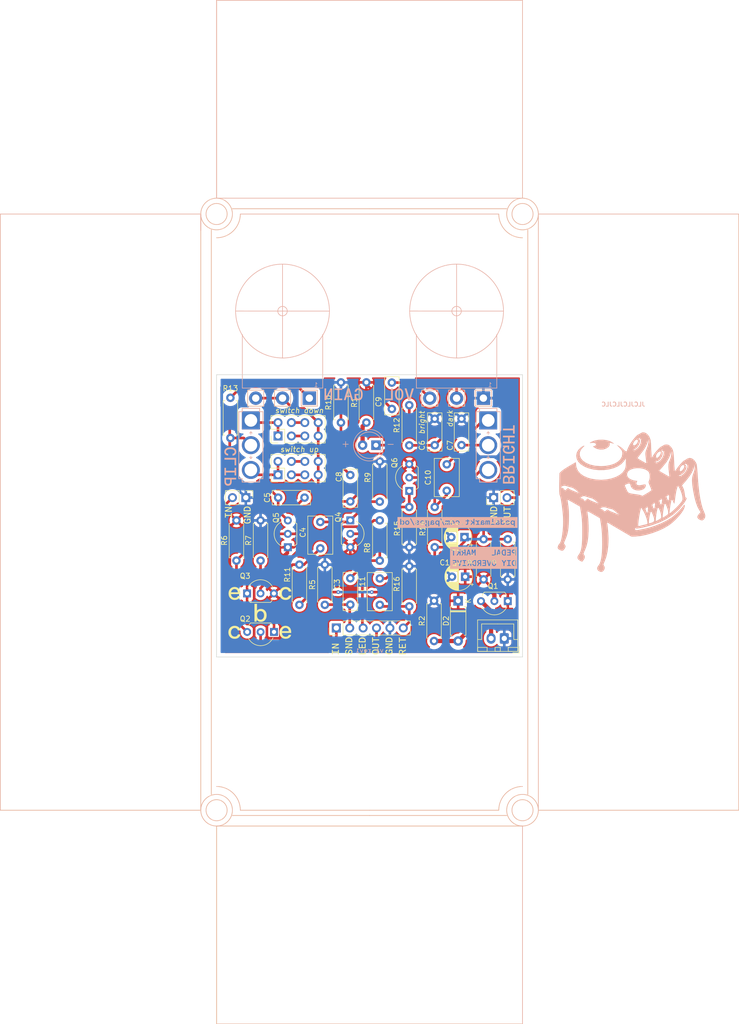
<source format=kicad_pcb>
(kicad_pcb (version 20211014) (generator pcbnew)
  (layers (0 "F.Cu" signal) (31 "B.Cu" signal) (34 "B.Paste" user) (35 "F.Paste" user) (36 "B.SilkS" user "B.Silkscreen") (37 "F.SilkS" user "F.Silkscreen") (38 "B.Mask" user) (39 "F.Mask" user) (44 "Edge.Cuts" user))
  (net 0 "")
  (net 1 "+9V")
  (net 2 "GND")
  (net 3 "/+4.5V")
  (net 4 "FX_IN")
  (net 5 "Net-(C3-Pad2)")
  (net 6 "Net-(C4-Pad1)")
  (net 7 "/FX/DOA+")
  (net 8 "Net-(C5-Pad1)")
  (net 9 "/FX/DOAOut")
  (net 10 "Net-(C6-Pad2)")
  (net 11 "Net-(C7-Pad2)")
  (net 12 "/FX/DOA-")
  (net 13 "Net-(C9-Pad2)")
  (net 14 "Net-(C10-Pad1)")
  (net 15 "Net-(C10-Pad2)")
  (net 16 "Net-(C11-Pad1)")
  (net 17 "FX_OUT")
  (net 18 "LED_GND")
  (net 19 "Net-(D1-Pad2)")
  (net 20 "Net-(D2-Pad2)")
  (net 21 "IN")
  (net 22 "OUT")
  (net 23 "Net-(J3-Pad2)")
  (net 24 "Net-(J5-Pad1)")
  (net 25 "Net-(J5-Pad3)")
  (net 26 "Net-(J5-Pad4)")
  (net 27 "Net-(J6-Pad1)")
  (net 28 "Net-(J6-Pad3)")
  (net 29 "Net-(J6-Pad4)")
  (net 30 "Net-(Q2-Pad1)")
  (net 31 "Net-(R13-Pad1)")
  (footprint "Resistor_THT:R_Axial_DIN0207_L6.3mm_D2.5mm_P7.62mm_Horizontal" (layer "F.Cu") (at 115.697 121.666 -90)
    (fp_text reference "R4" (at 3.81 2.272 90) (layer "F.SilkS"))
    (fp_text value "10k")
    (pad "1" thru_hole circle (at 0 0 270) (size 1.6 1.6) (drill 0.8) (layers *.Cu *.Mask) (net 3 "/+4.5V"))
    (pad "2" thru_hole oval (at 7.62 0 270) (size 1.6 1.6) (drill 0.8) (layers *.Cu *.Mask) (net 2 "GND"))
  )
  (footprint "Resistor_THT:R_Axial_DIN0207_L6.3mm_D2.5mm_P7.62mm_Horizontal" (layer "F.Cu") (at 101.854 115.57 -90)
    (fp_text reference "R14" (at 4.064 2.286 90) (layer "F.SilkS"))
    (fp_text value "10k")
    (pad "1" thru_hole circle (at 0 0 270) (size 1.6 1.6) (drill 0.8) (layers *.Cu *.Mask) (net 15 "Net-(C10-Pad2)"))
    (pad "2" thru_hole oval (at 7.62 0 270) (size 1.6 1.6) (drill 0.8) (layers *.Cu *.Mask) (net 3 "/+4.5V"))
  )
  (footprint "Connector_PinHeader_2.54mm:PinHeader_1x02_P2.54mm_Vertical" (layer "F.Cu") (at 66.045 113.792 -90)
    (fp_text reference "J1" hide)
    (fp_text value "In")
    (pad "1" thru_hole rect (at 0 0 270) (size 1.7 1.7) (drill 1) (layers *.Cu *.Mask) (net 2 "GND"))
    (pad "2" thru_hole oval (at 0 2.54 270) (size 1.7 1.7) (drill 1) (layers *.Cu *.Mask) (net 21 "IN"))
  )
  (footprint "kibuzzard-6618FEAA" (layer "F.Cu") (at 113.03 117.094 90)
    (fp_text reference "kibuzzard-6618FEAA" hide)
    (fp_text value "G***" hide)
  )
  (footprint "kibuzzard-6618FB68" (layer "F.Cu") (at 73.533 139.319)
    (fp_text reference "kibuzzard-6618FB68" hide)
    (fp_text value "G***" hide)
  )
  (footprint "kibuzzard-6618FEA0" (layer "F.Cu") (at 90.64 141.8904 90)
    (fp_text reference "kibuzzard-6618FEA0" hide)
    (fp_text value "G***" hide)
  )
  (footprint "Resistor_THT:R_Axial_DIN0207_L6.3mm_D2.5mm_P7.62mm_Horizontal" (layer "F.Cu") (at 111.125 129.286 90)
    (fp_text reference "R3" (at 3.81 -2.37 90) (layer "F.SilkS"))
    (fp_text value "10k")
    (pad "1" thru_hole circle (at 0 0 90) (size 1.6 1.6) (drill 0.8) (layers *.Cu *.Mask) (net 1 "+9V"))
    (pad "2" thru_hole oval (at 7.62 0 90) (size 1.6 1.6) (drill 0.8) (layers *.Cu *.Mask) (net 3 "/+4.5V"))
  )
  (footprint "Resistor_THT:R_Axial_DIN0207_L6.3mm_D2.5mm_P7.62mm_Horizontal" (layer "F.Cu") (at 76.2 126.492 -90)
    (fp_text reference "R11" (at 1.905 2.286 90) (layer "F.SilkS"))
    (fp_text value "10k")
    (pad "1" thru_hole circle (at 0 0 270) (size 1.6 1.6) (drill 0.8) (layers *.Cu *.Mask) (net 7 "/FX/DOA+"))
    (pad "2" thru_hole oval (at 7.62 0 270) (size 1.6 1.6) (drill 0.8) (layers *.Cu *.Mask) (net 3 "/+4.5V"))
  )
  (footprint "Diode_THT:D_A-405_P7.62mm_Horizontal" (layer "F.Cu") (at 106.299 133.35 -90)
    (fp_text reference "D2" (at 3.81 2.286 90) (layer "F.SilkS"))
    (fp_text value "1N4148")
    (fp_text user "K" (at 0 -1.9 90) (layer "F.SilkS"))
    (pad "1" thru_hole rect (at 0 0 270) (size 1.8 1.8) (drill 0.9) (layers *.Cu *.Mask) (net 1 "+9V"))
    (pad "2" thru_hole oval (at 7.62 0 270) (size 1.8 1.8) (drill 0.9) (layers *.Cu *.Mask) (net 20 "Net-(D2-Pad2)"))
  )
  (footprint "MBP pots:16MM_B.MOUNT_BANZAI" (layer "F.Cu") (at 106 94.938001)
    (fp_text reference "RV2" hide)
    (fp_text value "A100k" hide)
    (fp_text user "1" (at 6.35 -2.54) (layer "B.SilkS") (effects (font (size 0.77216 0.77216) (thickness 0.097536)) (justify mirror)))
    (pad "1" thru_hole rect locked (at 5.08 0 180) (size 2.54 2.54) (drill 1.4) (layers *.Cu *.Mask) (net 2 "GND"))
    (pad "2" thru_hole oval locked (at 0 0 180) (size 2.54 2.54) (drill 1.4) (layers *.Cu *.Mask) (net 14 "Net-(C10-Pad1)"))
    (pad "3" thru_hole oval locked (at -5.08 0 180) (size 2.54 2.54) (drill 1.4) (layers *.Cu *.Mask) (net 13 "Net-(C9-Pad2)"))
  )
  (footprint "Capacitor_THT:C_Rect_L7.0mm_W2.5mm_P5.00mm" (layer "F.Cu") (at 106.934 98.846 -90)
    (fp_text reference "C7" (at 5.04 2.159 90) (layer "F.SilkS"))
    (fp_text value "330n")
    (fp_text user "dark" (at -0.04 2.159 90 unlocked) (layer "F.SilkS") (effects (font (thickness 0.15) italic)))
    (pad "1" thru_hole circle (at 0 0 270) (size 1.6 1.6) (drill 0.8) (layers *.Cu *.Mask) (net 2 "GND"))
    (pad "2" thru_hole circle (at 5 0 270) (size 1.6 1.6) (drill 0.8) (layers *.Cu *.Mask) (net 11 "Net-(C7-Pad2)"))
  )
  (footprint "Resistor_THT:R_Axial_DIN0207_L6.3mm_D2.5mm_P7.62mm_Horizontal" (layer "F.Cu") (at 63.119 94.869 -90)
    (fp_text reference "R13" (at -1.778 0 180) (layer "F.SilkS"))
    (fp_text value "1k")
    (pad "1" thru_hole circle (at 0 0 270) (size 1.6 1.6) (drill 0.8) (layers *.Cu *.Mask) (net 31 "Net-(R13-Pad1)"))
    (pad "2" thru_hole oval (at 7.62 0 270) (size 1.6 1.6) (drill 0.8) (layers *.Cu *.Mask) (net 9 "/FX/DOAOut"))
  )
  (footprint "Capacitor_THT:C_Rect_L7.0mm_W4.5mm_P5.00mm" (layer "F.Cu") (at 104.14 107.482 -90)
    (fp_text reference "C10" (at 2.5 3.556 90) (layer "F.SilkS"))
    (fp_text value "1u")
    (pad "1" thru_hole circle (at 0 0 270) (size 1.6 1.6) (drill 0.8) (layers *.Cu *.Mask) (net 14 "Net-(C10-Pad1)"))
    (pad "2" thru_hole circle (at 5 0 270) (size 1.6 1.6) (drill 0.8) (layers *.Cu *.Mask) (net 15 "Net-(C10-Pad2)"))
  )
  (footprint "Resistor_THT:R_Axial_DIN0207_L6.3mm_D2.5mm_P7.62mm_Horizontal" (layer "F.Cu") (at 84.074 99.568 90)
    (fp_text reference "R10" (at 3.81 -2.37 90) (layer "F.SilkS"))
    (fp_text value "2.2k")
    (pad "1" thru_hole circle (at 0 0 90) (size 1.6 1.6) (drill 0.8) (layers *.Cu *.Mask) (net 9 "/FX/DOAOut"))
    (pad "2" thru_hole oval (at 7.62 0 90) (size 1.6 1.6) (drill 0.8) (layers *.Cu *.Mask) (net 2 "GND"))
  )
  (footprint "kibuzzard-6618FE9C" (layer "F.Cu") (at 88.1 141.8904 90)
    (fp_text reference "kibuzzard-6618FE9C" hide)
    (fp_text value "G***" hide)
  )
  (footprint "Package_TO_SOT_THT:TO-92L_Inline_Wide" (layer "F.Cu") (at 85.852 118.1 -90)
    (fp_text reference "Q4" (at -0.625 2.286 90) (layer "F.SilkS"))
    (fp_text value "2N3904")
    (pad "1" thru_hole rect (at 0 0 270) (size 1.5 1.5) (drill 0.8) (layers *.Cu *.Mask) (net 6 "Net-(C4-Pad1)"))
    (pad "2" thru_hole circle (at 2.54 0 270) (size 1.5 1.5) (drill 0.8) (layers *.Cu *.Mask) (net 5 "Net-(C3-Pad2)"))
    (pad "3" thru_hole circle (at 5.08 0 270) (size 1.5 1.5) (drill 0.8) (layers *.Cu *.Mask) (net 1 "+9V"))
  )
  (footprint "Resistor_THT:R_Axial_DIN0207_L6.3mm_D2.5mm_P7.62mm_Horizontal" (layer "F.Cu") (at 101.727 133.35 -90)
    (fp_text reference "R2" (at 3.81 2.286 90) (layer "F.SilkS"))
    (fp_text value "1M")
    (pad "1" thru_hole circle (at 0 0 270) (size 1.6 1.6) (drill 0.8) (layers *.Cu *.Mask) (net 2 "GND"))
    (pad "2" thru_hole oval (at 7.62 0 270) (size 1.6 1.6) (drill 0.8) (layers *.Cu *.Mask) (net 20 "Net-(D2-Pad2)"))
  )
  (footprint "kibuzzard-6618FE8B" (layer "F.Cu") (at 83.02 142.5 90)
    (fp_text reference "kibuzzard-6618FE8B" hide)
    (fp_text value "G***" hide)
  )
  (footprint "Resistor_THT:R_Axial_DIN0207_L6.3mm_D2.5mm_P7.62mm_Horizontal" (layer "F.Cu") (at 97.028 134.406 90)
    (fp_text reference "R16" (at 4.231 -2.37 90) (layer "F.SilkS"))
    (fp_text value "10k")
    (pad "1" thru_hole circle (at 0 0 90) (size 1.6 1.6) (drill 0.8) (layers *.Cu *.Mask) (net 17 "FX_OUT"))
    (pad "2" thru_hole oval (at 7.62 0 90) (size 1.6 1.6) (drill 0.8) (layers *.Cu *.Mask) (net 2 "GND"))
  )
  (footprint "Package_TO_SOT_THT:TO-92L_Inline_Wide" (layer "F.Cu") (at 71.384 139.25 180)
    (fp_text reference "Q2" (at 5.471 2.471) (layer "F.SilkS"))
    (fp_text value "2N3904")
    (pad "1" thru_hole rect (at 0 0 180) (size 1.5 1.5) (drill 0.8) (layers *.Cu *.Mask) (net 30 "Net-(Q2-Pad1)"))
    (pad "2" thru_hole circle (at 2.54 0 180) (size 1.5 1.5) (drill 0.8) (layers *.Cu *.Mask) (net 7 "/FX/DOA+"))
    (pad "3" thru_hole circle (at 5.08 0 180) (size 1.5 1.5) (drill 0.8) (layers *.Cu *.Mask) (net 8 "Net-(C5-Pad1)"))
  )
  (footprint "Connector_PinHeader_2.54mm:PinHeader_1x02_P2.54mm_Vertical" (layer "F.Cu") (at 113.025 113.792 90)
    (fp_text reference "J2" hide)
    (fp_text value "Out")
    (pad "1" thru_hole rect (at 0 0 90) (size 1.7 1.7) (drill 1) (layers *.Cu *.Mask) (net 2 "GND"))
    (pad "2" thru_hole oval (at 0 2.54 90) (size 1.7 1.7) (drill 1) (layers *.Cu *.Mask) (net 22 "OUT"))
  )
  (footprint "Resistor_THT:R_Axial_DIN0207_L6.3mm_D2.5mm_P7.62mm_Horizontal" (layer "F.Cu") (at 97.028 103.886 90)
    (fp_text reference "R12" (at 3.81 -2.37 90) (layer "F.SilkS"))
    (fp_text value "1k")
    (pad "1" thru_hole circle (at 0 0 90) (size 1.6 1.6) (drill 0.8) (layers *.Cu *.Mask) (net 10 "Net-(C6-Pad2)"))
    (pad "2" thru_hole oval (at 7.62 0 90) (size 1.6 1.6) (drill 0.8) (layers *.Cu *.Mask) (net 12 "/FX/DOA-"))
  )
  (footprint "Resistor_THT:R_Axial_DIN0207_L6.3mm_D2.5mm_P7.62mm_Horizontal" (layer "F.Cu") (at 91.44 114.554 90)
    (fp_text reference "R9" (at 4.572 -2.286 90) (layer "F.SilkS"))
    (fp_text value "10k")
    (pad "1" thru_hole circle (at 0 0 90) (size 1.6 1.6) (drill 0.8) (layers *.Cu *.Mask) (net 6 "Net-(C4-Pad1)"))
    (pad "2" thru_hole oval (at 7.62 0 90) (size 1.6 1.6) (drill 0.8) (layers *.Cu *.Mask) (net 2 "GND"))
  )
  (footprint "Capacitor_THT:CP_Radial_D5.0mm_P2.50mm" (layer "F.Cu") (at 107.504112 121.285 180)
    (fp_text reference "C2" (at 2.983112 3.175) (layer "F.SilkS"))
    (fp_text value "47u")
    (pad "1" thru_hole rect (at 0 0 180) (size 1.6 1.6) (drill 0.8) (layers *.Cu *.Mask) (net 3 "/+4.5V"))
    (pad "2" thru_hole circle (at 2.5 0 180) (size 1.6 1.6) (drill 0.8) (layers *.Cu *.Mask) (net 2 "GND"))
  )
  (footprint "Package_TO_SOT_THT:TO-92L_Inline_Wide" (layer "F.Cu") (at 97.028 112.522 90)
    (fp_text reference "Q6" (at 5.334 -2.794 90) (layer "F.SilkS"))
    (fp_text value "2N3904")
    (pad "1" thru_hole rect (at 0 0 90) (size 1.5 1.5) (drill 0.8) (layers *.Cu *.Mask) (net 16 "Net-(C11-Pad1)"))
    (pad "2" thru_hole circle (at 2.54 0 90) (size 1.5 1.5) (drill 0.8) (layers *.Cu *.Mask) (net 15 "Net-(C10-Pad2)"))
    (pad "3" thru_hole circle (at 5.08 0 90) (size 1.5 1.5) (drill 0.8) (layers *.Cu *.Mask) (net 1 "+9V"))
  )
  (footprint "Capacitor_THT:C_Disc_D7.0mm_W2.5mm_P5.00mm" (layer "F.Cu") (at 77.176 113.792 180)
    (fp_text reference "C5" (at 7.072 0 90) (layer "F.SilkS"))
    (fp_text value "47p")
    (pad "1" thru_hole circle (at 0 0 180) (size 1.6 1.6) (drill 0.8) (layers *.Cu *.Mask) (net 8 "Net-(C5-Pad1)"))
    (pad "2" thru_hole circle (at 5 0 180) (size 1.6 1.6) (drill 0.8) (layers *.Cu *.Mask) (net 9 "/FX/DOAOut"))
  )
  (footprint "Capacitor_THT:C_Rect_L7.0mm_W2.5mm_P5.00mm" (layer "F.Cu") (at 93.726 96.988 90)
    (fp_text reference "C9" (at 1.357 -2.5 90) (layer "F.SilkS"))
    (fp_text value "100n")
    (pad "1" thru_hole circle (at 0 0 90) (size 1.6 1.6) (drill 0.8) (layers *.Cu *.Mask) (net 9 "/FX/DOAOut"))
    (pad "2" thru_hole circle (at 5 0 90) (size 1.6 1.6) (drill 0.8) (layers *.Cu *.Mask) (net 13 "Net-(C9-Pad2)"))
  )
  (footprint "Capacitor_THT:CP_Radial_D5.0mm_P2.50mm" (layer "F.Cu") (at 107.631113 128.778 180)
    (fp_text reference "C1" (at 3.872113 2.667) (layer "F.SilkS"))
    (fp_text value "100u")
    (pad "1" thru_hole rect (at 0 0 180) (size 1.6 1.6) (drill 0.8) (layers *.Cu *.Mask) (net 1 "+9V"))
    (pad "2" thru_hole circle (at 2.5 0 180) (size 1.6 1.6) (drill 0.8) (layers *.Cu *.Mask) (net 2 "GND"))
  )
  (footprint "Resistor_THT:R_Axial_DIN0207_L6.3mm_D2.5mm_P7.62mm_Horizontal" (layer "F.Cu") (at 81.026 134.112 90)
    (fp_text reference "R5" (at 3.81 -2.37 90) (layer "F.SilkS"))
    (fp_text value "1M")
    (pad "1" thru_hole circle (at 0 0 90) (size 1.6 1.6) (drill 0.8) (layers *.Cu *.Mask) (net 4 "FX_IN"))
    (pad "2" thru_hole oval (at 7.62 0 90) (size 1.6 1.6) (drill 0.8) (layers *.Cu *.Mask) (net 2 "GND"))
  )
  (footprint "MBv3 enclosures:125B" (layer "F.Cu") (at 89.5 116.538001)
    (fp_text reference "")
    (fp_text value "")
  )
  (footprint "Resistor_THT:R_Axial_DIN0207_L6.3mm_D2.5mm_P7.62mm_Horizontal" (layer "F.Cu") (at 91.44 125.73 90)
    (fp_text reference "R8" (at 2.413 -2.37 90) (layer "F.SilkS"))
    (fp_text value "1M")
    (pad "1" thru_hole circle (at 0 0 90) (size 1.6 1.6) (drill 0.8) (layers *.Cu *.Mask) (net 5 "Net-(C3-Pad2)"))
    (pad "2" thru_hole oval (at 7.62 0 90) (size 1.6 1.6) (drill 0.8) (layers *.Cu *.Mask) (net 3 "/+4.5V"))
  )
  (footprint "Resistor_THT:R_Axial_DIN0207_L6.3mm_D2.5mm_P7.62mm_Horizontal" (layer "F.Cu") (at 88.9 99.568 90)
    (fp_text reference "R1" (at 3.81 -2.286 90) (layer "F.SilkS"))
    (fp_text value "Rled")
    (pad "1" thru_hole circle (at 0 0 90) (size 1.6 1.6) (drill 0.8) (layers *.Cu *.Mask) (net 19 "Net-(D1-Pad2)"))
    (pad "2" thru_hole oval (at 7.62 0 90) (size 1.6 1.6) (drill 0.8) (layers *.Cu *.Mask) (net 1 "+9V"))
  )
  (footprint "kibuzzard-6618FE93" (layer "F.Cu") (at 85.56 141.8904 90)
    (fp_text reference "kibuzzard-6618FE93" hide)
    (fp_text value "G***" hide)
  )
  (footprint "MBP pots:16MM_B.MOUNT_BANZAI" (layer "F.Cu") (at 73 94.938001)
    (fp_text reference "RV1" hide)
    (fp_text value "A100k" hide)
    (fp_text user "1" (at 6.35 -2.54) (layer "B.SilkS") (effects (font (size 0.77216 0.77216) (thickness 0.097536)) (justify mirror)))
    (pad "1" thru_hole rect locked (at 5.08 0 180) (size 2.54 2.54) (drill 1.4) (layers *.Cu *.Mask) (net 31 "Net-(R13-Pad1)"))
    (pad "2" thru_hole oval locked (at 0 0 180) (size 2.54 2.54) (drill 1.4) (layers *.Cu *.Mask) (net 12 "/FX/DOA-"))
    (pad "3" thru_hole oval locked (at -5.08 0 180) (size 2.54 2.54) (drill 1.4) (layers *.Cu *.Mask) (net 12 "/FX/DOA-"))
  )
  (footprint "Package_TO_SOT_THT:TO-92L_Inline_Wide" (layer "F.Cu") (at 115.707 133.408 180)
    (fp_text reference "Q1" (at 2.794 2.852) (layer "F.SilkS"))
    (fp_text value "Q_PMOS_SGD")
    (pad "1" thru_hole rect (at 0 0 180) (size 1.5 1.5) (drill 0.8) (layers *.Cu *.Mask) (net 1 "+9V"))
    (pad "2" thru_hole circle (at 2.54 0 180) (size 1.5 1.5) (drill 0.8) (layers *.Cu *.Mask) (net 20 "Net-(D2-Pad2)"))
    (pad "3" thru_hole circle (at 5.08 0 180) (size 1.5 1.5) (drill 0.8) (layers *.Cu *.Mask) (net 23 "Net-(J3-Pad2)"))
  )
  (footprint "Connector_PinHeader_2.54mm:PinHeader_2x04_P2.54mm_Vertical" (layer "F.Cu") (at 72.146 102.108 90)
    (fp_text reference "J6" hide)
    (fp_text value "switch down" (at 4.831 4.054 180) (layer "F.SilkS") (effects (font (thickness 0.15) italic)))
    (pad "1" thru_hole rect (at 0 0 90) (size 1.7 1.7) (drill 1) (layers *.Cu *.Mask) (net 27 "Net-(J6-Pad1)"))
    (pad "2" thru_hole oval (at 2.54 0 90) (size 1.7 1.7) (drill 1) (layers *.Cu *.Mask) (net 27 "Net-(J6-Pad1)"))
    (pad "3" thru_hole oval (at 0 2.54 90) (size 1.7 1.7) (drill 1) (layers *.Cu *.Mask) (net 28 "Net-(J6-Pad3)"))
    (pad "4" thru_hole oval (at 2.54 2.54 90) (size 1.7 1.7) (drill 1) (layers *.Cu *.Mask) (net 29 "Net-(J6-Pad4)"))
    (pad "5" thru_hole oval (at 0 5.08 90) (size 1.7 1.7) (drill 1) (layers *.Cu *.Mask) (net 28 "Net-(J6-Pad3)"))
    (pad "6" thru_hole oval (at 2.54 5.08 90) (size 1.7 1.7) (drill 1) (layers *.Cu *.Mask) (net 29 "Net-(J6-Pad4)"))
    (pad "7" thru_hole oval (at 0 7.62 90) (size 1.7 1.7) (drill 1) (layers *.Cu *.Mask) (net 12 "/FX/DOA-"))
    (pad "8" thru_hole oval (at 2.54 7.62 90) (size 1.7 1.7) (drill 1) (layers *.Cu *.Mask) (net 12 "/FX/DOA-"))
  )
  (footprint "Connector_PinHeader_2.54mm:PinHeader_1x06_P2.54mm_Vertical" (layer "F.Cu") (at 83.2 138.5 90)
    (fp_text reference "J4" hide)
    (fp_text value "Conn_01x06_Female")
    (pad "1" thru_hole rect (at 0 0 90) (size 1.7 1.7) (drill 1) (layers *.Cu *.Mask) (net 21 "IN"))
    (pad "2" thru_hole oval (at 0 2.54 90) (size 1.7 1.7) (drill 1) (layers *.Cu *.Mask) (net 4 "FX_IN"))
    (pad "3" thru_hole oval (at 0 5.08 90) (size 1.7 1.7) (drill 1) (layers *.Cu *.Mask) (net 18 "LED_GND"))
    (pad "4" thru_hole oval (at 0 7.62 90) (size 1.7 1.7) (drill 1) (layers *.Cu *.Mask) (net 22 "OUT"))
    (pad "5" thru_hole oval (at 0 10.16 90) (size 1.7 1.7) (drill 1) (layers *.Cu *.Mask) (net 2 "GND"))
    (pad "6" thru_hole oval (at 0 12.7 90) (size 1.7 1.7) (drill 1) (layers *.Cu *.Mask) (net 17 "FX_OUT"))
  )
  (footprint "kibuzzard-6618FB72" (layer "F.Cu") (at 73.533 131.953)
    (fp_text reference "kibuzzard-6618FB72" hide)
    (fp_text value "G***" hide)
  )
  (footprint "Capacitor_THT:C_Rect_L7.0mm_W2.5mm_P5.00mm" (layer "F.Cu") (at 85.852 134.072 90)
    (fp_text reference "C3" (at 3.897 -2.5 90) (layer "F.SilkS"))
    (fp_text value "47n")
    (pad "1" thru_hole circle (at 0 0 90) (size 1.6 1.6) (drill 0.8) (layers *.Cu *.Mask) (net 4 "FX_IN"))
    (pad "2" thru_hole circle (at 5 0 90) (size 1.6 1.6) (drill 0.8) (layers *.Cu *.Mask) (net 5 "Net-(C3-Pad2)"))
  )
  (footprint "Connector_PinHeader_2.54mm:PinHeader_2x04_P2.54mm_Vertical" (layer "F.Cu") (at 72.146 109.469 90)
    (fp_text reference "J5" hide)
    (fp_text value "switch up" (at 4.826 4.064 180) (layer "F.SilkS") (effects (font (thickness 0.15) italic)))
    (pad "1" thru_hole rect (at 0 0 90) (size 1.7 1.7) (drill 1) (layers *.Cu *.Mask) (net 24 "Net-(J5-Pad1)"))
    (pad "2" thru_hole oval (at 2.54 0 90) (size 1.7 1.7) (drill 1) (layers *.Cu *.Mask) (net 24 "Net-(J5-Pad1)"))
    (pad "3" thru_hole oval (at 0 2.54 90) (size 1.7 1.7) (drill 1) (layers *.Cu *.Mask) (net 25 "Net-(J5-Pad3)"))
    (pad "4" thru_hole oval (at 2.54 2.54 90) (size 1.7 1.7) (drill 1) (layers *.Cu *.Mask) (net 26 "Net-(J5-Pad4)"))
    (pad "5" thru_hole oval (at 0 5.08 90) (size 1.7 1.7) (drill 1) (layers *.Cu *.Mask) (net 25 "Net-(J5-Pad3)"))
    (pad "6" thru_hole oval (at 2.54 5.08 90) (size 1.7 1.7) (drill 1) (layers *.Cu *.Mask) (net 26 "Net-(J5-Pad4)"))
    (pad "7" thru_hole oval (at 0 7.62 90) (size 1.7 1.7) (drill 1) (layers *.Cu *.Mask) (net 12 "/FX/DOA-"))
    (pad "8" thru_hole oval (at 2.54 7.62 90) (size 1.7 1.7) (drill 1) (layers *.Cu *.Mask) (net 12 "/FX/DOA-"))
  )
  (footprint "kibuzzard-6618FB6D" (layer "F.Cu") (at 68.834 135.636)
    (fp_text reference "kibuzzard-6618FB6D" hide)
    (fp_text value "G***" hide)
  )
  (footprint "Capacitor_THT:C_Rect_L7.0mm_W2.5mm_P5.00mm" (layer "F.Cu") (at 101.854 98.846 -90)
    (fp_text reference "C6" (at 5.04 2.413 90) (layer "F.SilkS"))
    (fp_text value "47n")
    (fp_text user "bright" (at 0.722 2.413 90 unlocked) (layer "F.SilkS") (effects (font (thickness 0.15) italic)))
    (pad "1" thru_hole circle (at 0 0 270) (size 1.6 1.6) (drill 0.8) (layers *.Cu *.Mask) (net 2 "GND"))
    (pad "2" thru_hole circle (at 5 0 270) (size 1.6 1.6) (drill 0.8) (layers *.Cu *.Mask) (net 10 "Net-(C6-Pad2)"))
  )
  (footprint "Package_TO_SOT_THT:TO-92L_Inline_Wide" (layer "F.Cu") (at 66.284 131.953)
    (fp_text reference "Q3" (at -0.371 -3.302) (layer "F.SilkS"))
    (fp_text value "2N3904")
    (pad "1" thru_hole rect (at 0 0) (size 1.5 1.5) (drill 0.8) (layers *.Cu *.Mask) (net 30 "Net-(Q2-Pad1)"))
    (pad "2" thru_hole circle (at 2.54 0) (size 1.5 1.5) (drill 0.8) (layers *.Cu *.Mask) (net 12 "/FX/DOA-"))
    (pad "3" thru_hole circle (at 5.08 0) (size 1.5 1.5) (drill 0.8) (layers *.Cu *.Mask) (net 1 "+9V"))
  )
  (footprint "Capacitor_THT:C_Rect_L7.0mm_W4.5mm_P5.00mm" (layer "F.Cu") (at 80.1624 118.404 -90)
    (fp_text reference "C4" (at 1.992 3.302 90) (layer "F.SilkS"))
    (fp_text value "1u")
    (pad "1" thru_hole circle (at 0 0 270) (size 1.6 1.6) (drill 0.8) (layers *.Cu *.Mask) (net 6 "Net-(C4-Pad1)"))
    (pad "2" thru_hole circle (at 5 0 270) (size 1.6 1.6) (drill 0.8) (layers *.Cu *.Mask) (net 7 "/FX/DOA+"))
  )
  (footprint "kibuzzard-6618FEAA" (layer "F.Cu") (at 66.294 117.094 90)
    (fp_text reference "kibuzzard-6618FEAA" hide)
    (fp_text value "G***" hide)
  )
  (footprint "Capacitor_THT:C_Rect_L7.0mm_W4.5mm_P5.00mm" (layer "F.Cu") (at 91.44 129.112 -90)
    (fp_text reference "C11" (at 1.063 3.302 90) (layer "F.SilkS"))
    (fp_text value "1u")
    (pad "1" thru_hole circle (at 0 0 270) (size 1.6 1.6) (drill 0.8) (layers *.Cu *.Mask) (net 16 "Net-(C11-Pad1)"))
    (pad "2" thru_hole circle (at 5 0 270) (size 1.6 1.6) (drill 0.8) (layers *.Cu *.Mask) (net 17 "FX_OUT"))
  )
  (footprint "Package_TO_SOT_THT:TO-92L_Inline_Wide" (layer "F.Cu") (at 74.0084 123.2 90)
    (fp_text reference "Q5" (at 5.598 -2.228 90) (layer "F.SilkS"))
    (fp_text value "2N3906")
    (pad "1" thru_hole rect (at 0 0 90) (size 1.5 1.5) (drill 0.8) (layers *.Cu *.Mask) (net 1 "+9V"))
    (pad "2" thru_hole circle (at 2.54 0 90) (size 1.5 1.5) (drill 0.8) (layers *.Cu *.Mask) (net 8 "Net-(C5-Pad1)"))
    (pad "3" thru_hole circle (at 5.08 0 90) (size 1.5 1.5) (drill 0.8) (layers *.Cu *.Mask) (net 9 "/FX/DOAOut"))
  )
  (footprint "Connector_JST:JST_XH_B2B-XH-A_1x02_P2.50mm_Vertical" (layer "F.Cu") (at 115.042 140.479 180)
    (fp_text reference "J3" hide)
    (fp_text value "+9v")
    (pad "1" thru_hole roundrect (at 0 0 180) (size 1.7 2) (drill 1) (layers *.Cu *.Mask) (roundrect_rratio 0.147059) (net 2 "GND"))
    (pad "2" thru_hole oval (at 2.5 0 180) (size 1.7 2) (drill 1) (layers *.Cu *.Mask) (net 23 "Net-(J3-Pad2)"))
  )
  (footprint "kibuzzard-6618FEAA" (layer "F.Cu") (at 93.18 141.8904 90)
    (fp_text reference "kibuzzard-6618FEAA" hide)
    (fp_text value "G***" hide)
  )
  (footprint "kibuzzard-6618FEA0" (layer "F.Cu") (at 115.57 117.094 90)
    (fp_text reference "kibuzzard-6618FEA0" hide)
    (fp_text value "G***" hide)
  )
  (footprint "kibuzzard-6618FB68" (layer "F.Cu") (at 63.881 131.953)
    (fp_text reference "kibuzzard-6618FB68" hide)
    (fp_text value "G***" hide)
  )
  (footprint "Resistor_THT:R_Axial_DIN0207_L6.3mm_D2.5mm_P7.62mm_Horizontal" (layer "F.Cu") (at 68.834 125.73 90)
    (fp_text reference "R7" (at 3.81 -2.286 270) (layer "F.SilkS"))
    (fp_text value "4.7k")
    (pad "1" thru_hole circle (at 0 0 90) (size 1.6 1.6) (drill 0.8) (layers *.Cu *.Mask) (net 30 "Net-(Q2-Pad1)"))
    (pad "2" thru_hole oval (at 7.62 0 90) (size 1.6 1.6) (drill 0.8) (layers *.Cu *.Mask) (net 2 "GND"))
  )
  (footprint "kibuzzard-6618FE8B" (layer "F.Cu") (at 62.738 116.586 90)
    (fp_text reference "kibuzzard-6618FE8B" hide)
    (fp_text value "G***" hide)
  )
  (footprint "Capacitor_THT:C_Disc_D7.0mm_W2.5mm_P5.00mm" (layer "F.Cu") (at 85.852 114.514 90)
    (fp_text reference "C8" (at 4.659 -2.159 270) (layer "F.SilkS"))
    (fp_text value "47p")
    (pad "1" thru_hole circle (at 0 0 90) (size 1.6 1.6) (drill 0.8) (layers *.Cu *.Mask) (net 12 "/FX/DOA-"))
    (pad "2" thru_hole circle (at 5 0 90) (size 1.6 1.6) (drill 0.8) (layers *.Cu *.Mask) (net 9 "/FX/DOAOut"))
  )
  (footprint "Resistor_THT:R_Axial_DIN0207_L6.3mm_D2.5mm_P7.62mm_Horizontal" (layer "F.Cu") (at 64.262 118.11 -90)
    (fp_text reference "R6" (at 3.81 2.286 -90) (layer "F.SilkS"))
    (fp_text value "2.2k")
    (pad "1" thru_hole circle (at 0 0 270) (size 1.6 1.6) (drill 0.8) (layers *.Cu *.Mask) (net 1 "+9V"))
    (pad "2" thru_hole oval (at 7.62 0 270) (size 1.6 1.6) (drill 0.8) (layers *.Cu *.Mask) (net 8 "Net-(C5-Pad1)"))
  )
  (footprint "Resistor_THT:R_Axial_DIN0207_L6.3mm_D2.5mm_P7.62mm_Horizontal" (layer "F.Cu") (at 97.028 115.57 -90)
    (fp_text reference "R15" (at 4.064 2.286 90) (layer "F.SilkS"))
    (fp_text value "10k")
    (pad "1" thru_hole circle (at 0 0 270) (size 1.6 1.6) (drill 0.8) (layers *.Cu *.Mask) (net 16 "Net-(C11-Pad1)"))
    (pad "2" thru_hole oval (at 7.62 0 270) (size 1.6 1.6) (drill 0.8) (layers *.Cu *.Mask) (net 2 "GND"))
  )
  (footprint "kibuzzard-6618FB72" (layer "F.Cu") (at 63.881 139.319)
    (fp_text reference "kibuzzard-6618FB72" hide)
    (fp_text value "G***" hide)
  )
  (footprint "kibuzzard-6618FEB1" (layer "F.Cu") (at 95.72 141.8904 90)
    (fp_text reference "kibuzzard-6618FEB1" hide)
    (fp_text value "G***" hide)
  )
  (footprint "kibuzzard-669A4BB1" (layer "B.Cu") (at 115.9 105.6 90)
    (fp_text reference "kibuzzard-669A4BB1" hide)
    (fp_text value "G***" hide)
  )
  (footprint "kibuzzard-669A481A" (layer "B.Cu") (at 111.125 125.2 180)
    (fp_text reference "kibuzzard-669A481A" hide)
    (fp_text value "G***" hide)
  )
  (footprint "MBP switches:SPDT.LUGS.PM" (layer "B.Cu") (at 112 103.85 180)
    (fp_text reference "SW1" hide)
    (fp_text value "SW_SPDT" hide)
    (pad "1" thru_hole rect locked (at 0 4.699 180) (size 3.416 3.416) (drill 2.4) (layers *.Cu *.Mask) (net 10 "Net-(C6-Pad2)"))
    (pad "2" thru_hole oval locked (at 0 0 180) (size 3.416 3.416) (drill 2.4) (layers *.Cu *.Mask) (net 11 "Net-(C7-Pad2)"))
    (pad "3" thru_hole oval locked (at 0 -4.699 180) (size 3.416 3.416) (drill 2.4) (layers *.Cu *.Mask) (net 3 "/+4.5V"))
  )
  (footprint "MBP switches:SPDT.LUGS.PM" (layer "B.Cu") (at 67 103.85 180)
    (fp_text reference "SW2" hide)
    (fp_text value "ON-OFF-ON" hide)
    (pad "1" thru_hole rect locked (at 0 4.699 180) (size 3.416 3.416) (drill 2.4) (layers *.Cu *.Mask) (net 27 "Net-(J6-Pad1)"))
    (pad "2" thru_hole oval locked (at 0 0 180) (size 3.416 3.416) (drill 2.4) (layers *.Cu *.Mask) (net 9 "/FX/DOAOut"))
    (pad "3" thru_hole oval locked (at 0 -4.699 180) (size 3.416 3.416) (drill 2.4) (layers *.Cu *.Mask) (net 24 "Net-(J5-Pad1)"))
  )
  (footprint "kibuzzard-669A4B96" (layer "B.Cu") (at 63.1 107.9 -90)
    (fp_text reference "kibuzzard-669A4B96" hide)
    (fp_text value "G***" hide)
  )
  (footprint "kibuzzard-669A4792" (layer "B.Cu") (at 84.582 94.2 180)
    (fp_text reference "kibuzzard-669A4792" hide)
    (fp_text value "G***" hide)
  )
  (footprint "kibuzzard-669A47EC" (layer "B.Cu") (at 106.172 118.5 180)
    (fp_text reference "kibuzzard-669A47EC" hide)
    (fp_text value "G***" hide)
  )
  (footprint "LED_THT:LED_D5.0mm" (layer "B.Cu") (at 90.72 103.85 180)
    (fp_text reference "D1" hide)
    (fp_text value "LED")
    (pad "1" thru_hole rect (at 0 0 180) (size 1.8 1.8) (drill 0.9) (layers *.Cu *.Mask) (net 18 "LED_GND"))
    (pad "2" thru_hole circle (at 2.54 0 180) (size 1.8 1.8) (drill 0.9) (layers *.Cu *.Mask) (net 19 "Net-(D1-Pad2)"))
  )
  (footprint "kibuzzard-669A474F" (layer "B.Cu") (at 89.535 142.748 180)
    (fp_text reference "kibuzzard-669A474F" hide)
    (fp_text value "G***" hide)
  )
  (footprint "kibuzzard-669A47AF" (layer "B.Cu") (at 95.2 94.2 180)
    (fp_text reference "kibuzzard-669A47AF" hide)
    (fp_text value "G***" hide)
  )
  (footprint "graphics:pedalmarkt-logo-30x30" (layer "B.Cu") (at 139.2 114.7 180)
    (fp_text reference "G***" hide)
    (fp_text value "LOGO" hide)
  )
  (gr_line (start 84.96 103.67) (end 85.468 103.67) (layer "B.SilkS") (width 0.12))
  (gr_line (start 84.96 103.67) (end 84.96 103.162) (layer "B.SilkS") (width 0.12))
  (gr_line (start 84.96 103.67) (end 84.452 103.67) (layer "B.SilkS") (width 0.12))
  (gr_line (start 93.5 103.7) (end 94.008 103.7) (layer "B.SilkS") (width 0.12))
  (gr_line (start 84.96 103.67) (end 84.96 104.178) (layer "B.SilkS") (width 0.12))
  (gr_line (start 93.5 103.7) (end 92.992 103.7) (layer "B.SilkS") (width 0.12))
  (gr_line (start 118.5 144) (end 60.5 144) (layer "Edge.Cuts") (width 0.1))
  (gr_line (start 60.5 144) (end 60.5 90.5) (layer "Edge.Cuts") (width 0.1))
  (gr_line (start 60.5 90.5) (end 118.5 90.5) (layer "Edge.Cuts") (width 0.1))
  (gr_line (start 118.5 90.5) (end 118.5 144) (layer "Edge.Cuts") (width 0.1))
  (gr_text "JLCJLCJLCJLC" (at 137.6 96.1) (layer "B.SilkS") (effects (font (size 0.8 0.8)) (justify mirror)))
  (segment (start 67.375 142.178) (end 77.532 142.178) (width 0.5) (layer "F.Cu") (net 1))
  (segment (start 69.713 133.604) (end 71.364 131.953) (width 0.5) (layer "F.Cu") (net 1))
  (segment (start 71.364 131.953) (end 72.584 133.173) (width 0.5) (layer "F.Cu") (net 1))
  (segment (start 94.869 102.616) (end 98.679 98.806) (width 0.5) (layer "F.Cu") (net 1))
  (segment (start 84.963 130.683) (end 83.82 129.54) (width 0.5) (layer "F.Cu") (net 1))
  (segment (start 94.869 105.283) (end 94.869 102.616) (width 0.5) (layer "F.Cu") (net 1))
  (segment (start 67.624 133.283) (end 67.945 133.604) (width 0.5) (layer "F.Cu") (net 1))
  (segment (start 72.337 140.45) (end 70.358943 140.45) (width 0.5) (layer "F.Cu") (net 1))
  (segment (start 98.679 98.806) (end 98.679 95.123) (width 0.5) (layer "F.Cu") (net 1))
  (segment (start 97.028 107.442) (end 94.869 105.283) (width 0.5) (layer "F.Cu") (net 1))
  (segment (start 63.311 142.178) (end 67.375 142.178) (width 0.5) (layer "F.Cu") (net 1))
  (segment (start 79.883 132.715) (end 84.963 132.715) (width 0.5) (layer "F.Cu") (net 1))
  (segment (start 83.82 128.143) (end 85.852 126.111) (width 0.5) (layer "F.Cu") (net 1))
  (segment (start 70.044 140.135057) (end 70.044 138.243) (width 0.5) (layer "F.Cu") (net 1))
  (segment (start 74.0084 123.9846) (end 67.624 130.369) (width 0.5) (layer "F.Cu") (net 1))
  (segment (start 90.424 93.853) (end 88.9 92.329) (width 0.5) (layer "F.Cu") (net 1))
  (segment (start 67.622057 141.930943) (end 67.375 142.178) (width 0.5) (layer "F.Cu") (net 1))
  (segment (start 88.9 92.329) (end 88.9 91.948) (width 0.5) (layer "F.Cu") (net 1))
  (segment (start 69.469 137.668) (end 67.945 137.668) (width 0.5) (layer "F.Cu") (net 1))
  (segment (start 72.584 133.173) (end 72.584 140.203) (width 0.5) (layer "F.Cu") (net 1))
  (segment (start 70.044 138.243) (end 69.469 137.668) (width 0.5) (layer "F.Cu") (net 1))
  (segment (start 72.584 140.203) (end 72.337 140.45) (width 0.5) (layer "F.Cu") (net 1))
  (segment (start 67.622057 137.990943) (end 67.622057 141.930943) (width 0.5) (layer "F.Cu") (net 1))
  (segment (start 77.532 142.178) (end 78.74 140.97) (width 0.5) (layer "F.Cu") (net 1))
  (segment (start 85.852 126.111) (end 85.852 123.18) (width 0.5) (layer "F.Cu") (net 1))
  (segment (start 78.74 140.97) (end 78.74 133.858) (width 0.5) (layer "F.Cu") (net 1))
  (segment (start 74.0084 123.2) (end 74.0084 123.9846) (width 0.5) (layer "F.Cu") (net 1))
  (segment (start 78.74 133.858) (end 79.883 132.715) (width 0.5) (layer "F.Cu") (net 1))
  (segment (start 67.945 137.668) (end 67.622057 137.990943) (width 0.5) (layer "F.Cu") (net 1))
  (segment (start 98.679 95.123) (end 97.409 93.853) (width 0.5) (layer "F.Cu") (net 1))
  (segment (start 63.012 141.879) (end 63.311 142.178) (width 0.5) (layer "F.Cu") (net 1))
  (segment (start 97.409 93.853) (end 90.424 93.853) (width 0.5) (layer "F.Cu") (net 1))
  (segment (start 83.82 129.54) (end 83.82 128.143) (width 0.5) (layer "F.Cu") (net 1))
  (segment (start 64.262 118.11) (end 63.012 119.36) (width 0.5) (layer "F.Cu") (net 1))
  (segment (start 67.624 130.369) (end 67.624 133.283) (width 0.5) (layer "F.Cu") (net 1))
  (segment (start 63.012 119.36) (end 63.012 141.879) (width 0.5) (layer "F.Cu") (net 1))
  (segment (start 84.963 132.715) (end 84.963 130.683) (width 0.5) (layer "F.Cu") (net 1))
  (segment (start 70.358943 140.45) (end 70.044 140.135057) (width 0.5) (layer "F.Cu") (net 1))
  (segment (start 67.945 133.604) (end 69.713 133.604) (width 0.5) (layer "F.Cu") (net 1))
  (segment (start 64.262 101.346) (end 64.262 99.187) (width 0.5) (layer "B.Cu") (net 2))
  (segment (start 64.516 112.263) (end 64.516 101.6) (width 0.5) (layer "B.Cu") (net 2))
  (segment (start 100.33 105.664) (end 105.156 105.664) (width 0.5) (layer "B.Cu") (net 2))
  (segment (start 99.695 105.029) (end 100.33 105.664) (width 0.5) (layer "B.Cu") (net 2))
  (segment (start 105.537 106.045) (end 114.554 106.045) (width 0.5) (layer "B.Cu") (net 2))
  (segment (start 116.332 95.377) (end 115.893001 94.938001) (width 0.5) (layer "B.Cu") (net 2))
  (segment (start 62.357 91.948) (end 84.074 91.948) (width 0.5) (layer "B.Cu") (net 2))
  (segment (start 61.468 92.837) (end 62.357 91.948) (width 0.5) (layer "B.Cu") (net 2))
  (segment (start 99.695 101.005) (end 99.695 105.029) (width 0.5) (layer "B.Cu") (net 2))
  (segment (start 116.332 104.267) (end 116.332 95.377) (width 0.5) (layer "B.Cu") (net 2))
  (segment (start 114.554 106.045) (end 116.332 104.267) (width 0.5) (layer "B.Cu") (net 2))
  (segment (start 64.516 101.6) (end 64.262 101.346) (width 0.5) (layer "B.Cu") (net 2))
  (segment (start 105.156 105.664) (end 105.537 106.045) (width 0.5) (layer "B.Cu") (net 2))
  (segment (start 61.468 96.393) (end 61.468 92.837) (width 0.5) (layer "B.Cu") (net 2))
  (segment (start 64.262 99.187) (end 61.468 96.393) (width 0.5) (layer "B.Cu") (net 2))
  (segment (start 101.854 98.846) (end 99.695 101.005) (width 0.5) (layer "B.Cu") (net 2))
  (segment (start 66.045 113.792) (end 64.516 112.263) (width 0.5) (layer "B.Cu") (net 2))
  (segment (start 115.893001 94.938001) (end 111.08 94.938001) (width 0.5) (layer "B.Cu") (net 2))
  (segment (start 106.426 123.19) (end 101.854 123.19) (width 0.5) (layer "F.Cu") (net 3))
  (segment (start 83.82 126.492) (end 83.82 120.142) (width 0.5) (layer "F.Cu") (net 3))
  (segment (start 109.474 109.728) (end 110.653 108.549) (width 0.5) (layer "F.Cu") (net 3))
  (segment (start 76.2 134.112) (end 83.82 126.492) (width 0.5) (layer "F.Cu") (net 3))
  (segment (start 84.662 119.3) (end 89.107 119.3) (width 0.5) (layer "F.Cu") (net 3))
  (segment (start 111.125 121.666) (end 111.125 117.221) (width 0.5) (layer "F.Cu") (net 3))
  (segment (start 83.82 120.142) (end 84.662 119.3) (width 0.5) (layer "F.Cu") (net 3))
  (segment (start 90.297 118.11) (end 91.44 118.11) (width 0.5) (layer "F.Cu") (net 3))
  (segment (start 115.697 121.666) (end 111.125 121.666) (width 0.5) (layer "F.Cu") (net 3))
  (segment (start 107.504112 122.111888) (end 106.426 123.19) (width 0.5) (layer "F.Cu") (net 3))
  (segment (start 83.566 131.699) (end 78.613 131.699) (width 0.5) (layer "F.Cu") (net 3))
  (segment (start 107.504112 121.285) (end 107.504112 122.111888) (width 0.5) (layer "F.Cu") (net 3))
  (segment (start 78.613 131.699) (end 76.2 134.112) (width 0.5) (layer "F.Cu") (net 3))
  (segment (start 110.653 108.549) (end 112 108.549) (width 0.5) (layer "F.Cu") (net 3))
  (segment (start 89.107 119.3) (end 90.297 118.11) (width 0.5) (layer "F.Cu") (net 3))
  (segment (start 109.474 115.57) (end 109.474 109.728) (width 0.5) (layer "F.Cu") (net 3))
  (segment (start 97.536 131.699) (end 101.854 127.381) (width 0.5) (layer "F.Cu") (net 3))
  (segment (start 101.854 127.381) (end 101.854 123.19) (width 0.5) (layer "F.Cu") (net 3))
  (segment (start 111.125 117.221) (end 109.474 115.57) (width 0.5) (layer "F.Cu") (net 3))
  (segment (start 89.916 131.699) (end 97.536 131.699) (width 0.5) (layer "F.Cu") (net 3))
  (via (at 83.566 131.699) (size 0.7) (drill 0.3) (layers "F.Cu" "B.Cu") (net 3))
  (via (at 89.916 131.699) (size 0.7) (drill 0.3) (layers "F.Cu" "B.Cu") (net 3))
  (segment (start 111.125 121.666) (end 107.885112 121.666) (width 0.5) (layer "B.Cu") (net 3))
  (segment (start 83.566 131.699) (end 89.916 131.699) (width 0.5) (layer "B.Cu") (net 3))
  (segment (start 107.885112 121.666) (end 107.504112 121.285) (width 0.5) (layer "B.Cu") (net 3))
  (segment (start 85.74 138.5) (end 85.74 134.184) (width 0.5) (layer "F.Cu") (net 4))
  (segment (start 85.852 134.072) (end 81.066 134.072) (width 0.5) (layer "F.Cu") (net 4))
  (segment (start 81.066 134.072) (end 81.026 134.112) (width 0.5) (layer "F.Cu") (net 4))
  (segment (start 85.74 134.184) (end 85.852 134.072) (width 0.5) (layer "F.Cu") (net 4))
  (segment (start 91.44 125.73) (end 91.44 122.682) (width 0.5) (layer "F.Cu") (net 5))
  (segment (start 89.154 125.73) (end 91.44 125.73) (width 0.5) (layer "F.Cu") (net 5))
  (segment (start 89.398 120.64) (end 85.852 120.64) (width 0.5) (layer "F.Cu") (net 5))
  (segment (start 85.852 129.072) (end 85.852 129.032) (width 0.5) (layer "F.Cu") (net 5))
  (segment (start 91.44 122.682) (end 89.398 120.64) (width 0.5) (layer "F.Cu") (net 5))
  (segment (start 85.852 129.032) (end 89.154 125.73) (width 0.5) (layer "F.Cu") (net 5))
  (segment (start 85.548 118.404) (end 85.852 118.1) (width 0.5) (layer "F.Cu") (net 6))
  (segment (start 89.398 114.554) (end 85.852 118.1) (width 0.5) (layer "F.Cu") (net 6))
  (segment (start 91.44 114.554) (end 89.398 114.554) (width 0.5) (layer "F.Cu") (net 6))
  (segment (start 80.1624 118.404) (end 85.548 118.404) (width 0.5) (layer "F.Cu") (net 6))
  (segment (start 73.025 141.478) (end 73.66 140.843) (width 0.5) (layer "F.Cu") (net 7))
  (segment (start 73.66 127.762) (end 74.93 126.492) (width 0.5) (layer "F.Cu") (net 7))
  (segment (start 74.93 126.492) (end 76.2 126.492) (width 0.5) (layer "F.Cu") (net 7))
  (segment (start 80.1624 123.404) (end 77.0744 126.492) (width 0.5) (layer "F.Cu") (net 7))
  (segment (start 77.0744 126.492) (end 76.2 126.492) (width 0.5) (layer "F.Cu") (net 7))
  (segment (start 68.844 139.25) (end 68.844 140.98) (width 0.5) (layer "F.Cu") (net 7))
  (segment (start 68.844 140.98) (end 69.342 141.478) (width 0.5) (layer "F.Cu") (net 7))
  (segment (start 73.66 140.843) (end 73.66 127.762) (width 0.5) (layer "F.Cu") (net 7))
  (segment (start 69.342 141.478) (end 73.025 141.478) (width 0.5) (layer "F.Cu") (net 7))
  (segment (start 69.332 120.66) (end 74.0084 120.66) (width 0.5) (layer "F.Cu") (net 8))
  (segment (start 75.428 120.66) (end 75.819 120.269) (width 0.5) (layer "F.Cu") (net 8))
  (segment (start 75.819 115.149) (end 77.176 113.792) (width 0.5) (layer "F.Cu") (net 8))
  (segment (start 74.0084 120.66) (end 75.428 120.66) (width 0.5) (layer "F.Cu") (net 8))
  (segment (start 64.262 125.73) (end 69.332 120.66) (width 0.5) (layer "F.Cu") (net 8))
  (segment (start 64.262 125.73) (end 64.262 137.208) (width 0.5) (layer "F.Cu") (net 8))
  (segment (start 75.819 120.269) (end 75.819 115.149) (width 0.5) (layer "F.Cu") (net 8))
  (segment (start 64.262 137.208) (end 66.304 139.25) (width 0.5) (layer "F.Cu") (net 8))
  (segment (start 63.119 102.489) (end 65.639 102.489) (width 0.5) (layer "F.Cu") (net 9))
  (segment (start 61.468 95.885) (end 61.468 92.964) (width 0.5) (layer "F.Cu") (net 9))
  (segment (start 84.328 95.25) (end 84.074 95.504) (width 0.5) (layer "F.Cu") (net 9))
  (segment (start 65.639 102.489) (end 67 103.85) (width 0.5) (layer "F.Cu") (net 9))
  (segment (start 62.992 102.616) (end 63.119 102.489) (width 0.5) (layer "F.Cu") (net 9))
  (segment (start 61.468 92.964) (end 62.738 91.694) (width 0.5) (layer "F.Cu") (net 9))
  (segment (start 93.726 96.988) (end 91.988 95.25) (width 0.5) (layer "F.Cu") (net 9))
  (segment (start 64.008 111.506) (end 62.992 110.49) (width 0.5) (layer "F.Cu") (net 9))
  (segment (start 84.074 95.504) (end 84.074 99.568) (width 0.5) (layer "F.Cu") (net 9))
  (segment (start 72.176 116.2876) (end 74.0084 118.12) (width 0.5) (layer "F.Cu") (net 9))
  (segment (start 62.738 91.694) (end 80.264 91.694) (width 0.5) (layer "F.Cu") (net 9))
  (segment (start 62.992 110.49) (end 62.992 102.616) (width 0.5) (layer "F.Cu") (net 9))
  (segment (start 62.992 97.409) (end 61.468 95.885) (width 0.5) (layer "F.Cu") (net 9))
  (segment (start 80.264 91.694) (end 84.074 95.504) (width 0.5) (layer "F.Cu") (net 9))
  (segment (start 72.176 113.792) (end 69.89 111.506) (width 0.5) (layer "F.Cu") (net 9))
  (segment (start 85.852 109.514) (end 84.074 107.736) (width 0.5) (layer "F.Cu") (net 9))
  (segment (start 69.89 111.506) (end 64.008 111.506) (width 0.5) (layer "F.Cu") (net 9))
  (segment (start 91.988 95.25) (end 84.328 95.25) (width 0.5) (layer "F.Cu") (net 9))
  (segment (start 62.992 102.362) (end 62.992 97.409) (width 0.5) (layer "F.Cu") (net 9))
  (segment (start 63.119 102.489) (end 62.992 102.362) (width 0.5) (layer "F.Cu") (net 9))
  (segment (start 84.074 107.736) (end 84.074 99.568) (width 0.5) (layer "F.Cu") (net 9))
  (segment (start 72.176 113.792) (end 72.176 116.2876) (width 0.5) (layer "F.Cu") (net 9))
  (segment (start 108.331 101.854) (end 111.034 99.151) (width 0.5) (layer "F.Cu") (net 10))
  (segment (start 103.846 101.854) (end 108.331 101.854) (width 0.5) (layer "F.Cu") (net 10))
  (segment (start 101.854 103.846) (end 103.846 101.854) (width 0.5) (layer "F.Cu") (net 10))
  (segment (start 101.814 103.886) (end 101.854 103.846) (width 0.5) (layer "F.Cu") (net 10))
  (segment (start 97.028 103.886) (end 101.814 103.886) (width 0.5) (layer "F.Cu") (net 10))
  (segment (start 111.034 99.151) (end 112 99.151) (width 0.5) (layer "F.Cu") (net 10))
  (segment (start 111.996 103.846) (end 112 103.85) (width 0.5) (layer "F.Cu") (net 11))
  (segment (start 106.934 103.846) (end 111.996 103.846) (width 0.5) (layer "F.Cu") (net 11))
  (segment (start 79.766 111.877) (end 79.766 109.469) (width 0.5) (layer "F.Cu") (net 12))
  (segment (start 79.766 109.469) (end 79.766 106.929) (width 0.5) (layer "F.Cu") (net 12))
  (segment (start 68.834 130.937) (end 77.597 122.174) (width 0.5) (layer "F.Cu") (net 12))
  (segment (start 77.099 96.901) (end 74.962999 96.901) (width 0.5) (layer "F.Cu") (net 12))
  (segment (start 77.597 116.713) (end 79.756 114.554) (width 0.5) (layer "F.Cu") (net 12))
  (segment (start 79.756 111.887) (end 79.766 111.877) (width 0.5) (layer "F.Cu") (net 12))
  (segment (start 85.852 114.514) (end 88.011 112.355) (width 0.5) (layer "F.Cu") (net 12))
  (segment (start 79.756 114.554) (end 79.796 114.514) (width 0.5) (layer "F.Cu") (net 12))
  (segment (start 86.233 96.52) (end 90.551 96.52) (width 0.5) (layer "F.Cu") (net 12))
  (segment (start 90.551 96.52) (end 94.107 100.076) (width 0.5) (layer "F.Cu") (net 12))
  (segment (start 68.824 131.953) (end 68.834 131.943) (width 0.5) (layer "F.Cu") (net 12))
  (segment (start 73 94.938001) (end 67.92 94.938001) (width 0.5) (layer "F.Cu") (net 12))
  (segment (start 79.796 114.514) (end 85.852 114.514) (width 0.5) (layer "F.Cu") (net 12))
  (segment (start 79.766 102.108) (end 79.766 99.568) (width 0.5) (layer "F.Cu") (net 12))
  (segment (start 97.028 98.425) (end 97.028 96.266) (width 0.5) (layer "F.Cu") (net 12))
  (segment (start 88.011 108.077) (end 85.598 105.664) (width 0.5) (layer "F.Cu") (net 12))
  (segment (start 85.598 97.155) (end 86.233 96.52) (width 0.5) (layer "F.Cu") (net 12))
  (segment (start 79.766 99.568) (end 77.099 96.901) (width 0.5) (layer "F.Cu") (net 12))
  (segment (start 74.962999 96.901) (end 73 94.938001) (width 0.5) (layer "F.Cu") (net 12))
  (segment (start 77.597 122.174) (end 77.597 116.713) (width 0.5) (layer "F.Cu") (net 12))
  (segment (start 79.756 114.554) (end 79.756 111.887) (width 0.5) (layer "F.Cu") (net 12))
  (segment (start 68.834 131.943) (end 68.834 130.937) (width 0.5) (layer "F.Cu") (net 12))
  (segment (start 95.377 100.076) (end 97.028 98.425) (width 0.5) (layer "F.Cu") (net 12))
  (segment (start 94.107 100.076) (end 95.377 100.076) (width 0.5) (layer "F.Cu") (net 12))
  (segment (start 85.598 105.664) (end 85.598 97.155) (width 0.5) (layer "F.Cu") (net 12))
  (segment (start 79.766 106.929) (end 79.766 102.108) (width 0.5) (layer "F.Cu") (net 12))
  (segment (start 88.011 112.355) (end 88.011 108.077) (width 0.5) (layer "F.Cu") (net 12))
  (segment (start 93.726 91.988) (end 97.969999 91.988) (width 0.5) (layer "F.Cu") (net 13))
  (segment (start 97.969999 91.988) (end 100.92 94.938001) (width 0.5) (layer "F.Cu") (net 13))
  (segment (start 104.14 107.482) (end 105.577 106.045) (width 0.5) (layer "F.Cu") (net 14))
  (segment (start 116.332 93.472) (end 115.062 92.202) (width 0.5) (layer "F.Cu") (net 14))
  (segment (start 106.68 92.202) (end 106 92.882) (width 0.5) (layer "F.Cu") (net 14))
  (segment (start 116.332 104.267) (end 116.332 93.472) (width 0.5) (layer "F.Cu") (net 14))
  (segment (start 115.062 92.202) (end 106.68 92.202) (width 0.5) (layer "F.Cu") (net 14))
  (segment (start 114.554 106.045) (end 116.332 104.267) (width 0.5) (layer "F.Cu") (net 14))
  (segment (start 105.577 106.045) (end 114.554 106.045) (width 0.5) (layer "F.Cu") (net 14))
  (segment (start 106 92.882) (end 106 94.938001) (width 0.5) (layer "F.Cu") (net 14))
  (segment (start 99.568 109.982) (end 97.028 109.982) (width 0.5) (layer "F.Cu") (net 15))
  (segment (start 101.854 112.268) (end 99.568 109.982) (width 0.5) (layer "F.Cu") (net 15))
  (segment (start 104.14 112.482) (end 104.14 113.284) (width 0.5) (layer "F.Cu") (net 15))
  (segment (start 101.854 115.57) (end 101.854 112.268) (width 0.5) (layer "F.Cu") (net 15))
  (segment (start 104.14 113.284) (end 101.854 115.57) (width 0.5) (layer "F.Cu") (net 15))
  (segment (start 91.44 129.112) (end 92.63 129.112) (width 0.5) (layer "F.Cu") (net 16))
  (segment (start 95.504 115.57) (end 97.028 115.57) (width 0.5) (layer "F.Cu") (net 16))
  (segment (start 94.615 116.459) (end 95.504 115.57) (width 0.5) (layer "F.Cu") (net 16))
  (segment (start 94.615 127.127) (end 94.615 116.459) (width 0.5) (layer "F.Cu") (net 16))
  (segment (start 97.028 112.522) (end 97.028 115.57) (width 0.5) (layer "F.Cu") (net 16))
  (segment (start 92.63 129.112) (end 94.615 127.127) (width 0.5) (layer "F.Cu") (net 16))
  (segment (start 97.028 134.406) (end 97.028 137.372) (width 0.5) (layer "F.Cu") (net 17))
  (segment (start 91.734 134.406) (end 91.44 134.112) (width 0.5) (layer "F.Cu") (net 17))
  (segment (start 97.028 134.406) (end 91.734 134.406) (width 0.5) (layer "F.Cu") (net 17))
  (segment (start 97.028 137.372) (end 95.9 138.5) (width 0.5) (layer "F.Cu") (net 17))
  (segment (start 88.138 129.159) (end 89.916 127.381) (width 0.5) (layer "F.Cu") (net 18))
  (segment (start 93.055 103.85) (end 90.72 103.85) (width 0.5) (layer "F.Cu") (net 18))
  (segment (start 88.28 138.5) (end 88.138 138.358) (width 0.5) (layer "F.Cu") (net 18))
  (segment (start 93.599 126.238) (end 93.599 104.394) (width 0.5) (layer "F.Cu") (net 18))
  (segment (start 93.599 104.394) (end 93.055 103.85) (width 0.5) (layer "F.Cu") (net 18))
  (segment (start 92.456 127.381) (end 93.599 126.238) (width 0.5) (layer "F.Cu") (net 18))
  (segment (start 89.916 127.381) (end 92.456 127.381) (width 0.5) (layer "F.Cu") (net 18))
  (segment (start 88.138 138.358) (end 88.138 129.159) (width 0.5) (layer "F.Cu") (net 18))
  (segment (start 88.18 100.288) (end 88.9 99.568) (width 0.8) (layer "F.Cu") (net 19))
  (segment (start 88.18 103.85) (end 88.18 100.288) (width 0.8) (layer "F.Cu") (net 19))
  (segment (start 106.299 140.97) (end 108.458 138.811) (width 0.8) (layer "F.Cu") (net 20))
  (segment (start 113.167 132.09) (end 113.167 133.408) (width 0.8) (layer "F.Cu") (net 20))
  (segment (start 108.458 132.5245) (end 109.5375 131.445) (width 0.8) (layer "F.Cu") (net 20))
  (segment (start 106.299 140.97) (end 101.727 140.97) (width 0.8) (layer "F.Cu") (net 20))
  (segment (start 112.522 131.445) (end 113.167 132.09) (width 0.8) (layer "F.Cu") (net 20))
  (segment (start 109.5375 131.445) (end 112.522 131.445) (width 0.8) (layer "F.Cu") (net 20))
  (segment (start 108.458 138.811) (end 108.458 132.5245) (width 0.8) (layer "F.Cu") (net 20))
  (segment (start 62.23 143.002) (end 81.661 143.002) (width 0.5) (layer "F.Cu") (net 21))
  (segment (start 63.505 113.792) (end 61.595 115.702) (width 0.5) (layer "F.Cu") (net 21))
  (segment (start 61.595 142.367) (end 62.23 143.002) (width 0.5) (layer "F.Cu") (net 21))
  (segment (start 61.595 115.702) (end 61.595 142.367) (width 0.5) (layer "F.Cu") (net 21))
  (segment (start 81.661 143.002) (end 83.2 141.463) (width 0.5) (layer "F.Cu") (net 21))
  (segment (start 83.2 141.463) (end 83.2 138.5) (width 0.5) (layer "F.Cu") (net 21))
  (segment (start 90.82 138.5) (end 90.82 142.636) (width 0.5) (layer "F.Cu") (net 22))
  (segment (start 117.475 114.173) (end 117.094 113.792) (width 0.5) (layer "F.Cu") (net 22))
  (segment (start 116.7384 143.002) (end 117.475 142.2654) (width 0.5) (layer "F.Cu") (net 22))
  (segment (start 90.82 142.636) (end 91.186 143.002) (width 0.5) (layer "F.Cu") (net 22))
  (segment (start 91.186 143.002) (end 116.7384 143.002) (width 0.5) (layer "F.Cu") (net 22))
  (segment (start 117.094 113.792) (end 115.565 113.792) (width 0.5) (layer "F.Cu") (net 22))
  (segment (start 117.475 142.2654) (end 117.475 114.173) (width 0.5) (layer "F.Cu") (net 22))
  (segment (start 112.542 140.479) (end 112.542 135.323) (width 0.8) (layer "F.Cu") (net 23))
  (segment (start 112.542 135.323) (end 110.627 133.408) (width 0.8) (layer "F.Cu") (net 23))
  (segment (start 67.92 109.469) (end 67 108.549) (width 0.5) (layer "F.Cu") (net 24))
  (segment (start 72.146 109.469) (end 67.92 109.469) (width 0.5) (layer "F.Cu") (net 24))
  (segment (start 72.146 109.469) (end 72.146 106.929) (width 0.5) (layer "F.Cu") (net 24))
  (segment (start 77.226 109.469) (end 74.686 109.469) (width 0.5) (layer "F.Cu") (net 25))
  (segment (start 77.226 106.929) (end 74.686 106.929) (width 0.5) (layer "F.Cu") (net 26))
  (segment (start 72.146 102.108) (end 72.146 99.568) (width 0.5) (layer "F.Cu") (net 27))
  (segment (start 72.146 99.568) (end 67.417 99.568) (width 0.5) (layer "F.Cu") (net 27))
  (segment (start 67.417 99.568) (end 67 99.151) (width 0.5) (layer "F.Cu") (net 27))
  (segment (start 77.226 102.108) (end 74.686 102.108) (width 0.5) (layer "F.Cu") (net 28))
  (segment (start 77.226 99.568) (end 74.686 99.568) (width 0.5) (layer "F.Cu") (net 29))
  (segment (start 68.834 127.254) (end 66.284 129.804) (width 0.5) (layer "F.Cu") (net 30))
  (segment (start 68.834 125.73) (end 68.834 127.254) (width 0.5) (layer "F.Cu") (net 30))
  (segment (start 71.384 139.25) (end 71.384 137.551) (width 0.5) (layer "F.Cu") (net 30))
  (segment (start 66.284 129.804) (end 66.284 131.953) (width 0.5) (layer "F.Cu") (net 30))
  (segment (start 68.645 134.812) (end 67.52805 134.812) (width 0.5) (layer "F.Cu") (net 30))
  (segment (start 66.284 133.56795) (end 66.284 131.953) (width 0.5) (layer "F.Cu") (net 30))
  (segment (start 67.52805 134.812) (end 66.284 133.56795) (width 0.5) (layer "F.Cu") (net 30))
  (segment (start 71.384 137.551) (end 68.645 134.812) (width 0.5) (layer "F.Cu") (net 30))
  (segment (start 75.978999 92.837) (end 78.08 94.938001) (width 0.5) (layer "F.Cu") (net 31))
  (segment (start 63.119 94.869) (end 65.151 92.837) (width 0.5) (layer "F.Cu") (net 31))
  (segment (start 65.151 92.837) (end 75.978999 92.837) (width 0.5) (layer "F.Cu") (net 31))
  (zone (net 1) (net_name "+9V") (layer "F.Cu") (connect_pads (clearance 0.508)) (min_thickness 0.254) (fill yes (thermal_gap 0.508) (thermal_bridge_width 0.508))
    (polygon (pts (xy 119 144.916) (xy 60 144.916) (xy 60 89.916) (xy 119 89.916)))
  )
  (zone (net 2) (net_name "GND") (layer "B.Cu") (connect_pads (clearance 0.762)) (min_thickness 0.254) (fill yes (thermal_gap 0.508) (thermal_bridge_width 0.508))
    (polygon (pts (xy 119 145) (xy 60 145) (xy 60 90) (xy 119 90)))
  )
)
</source>
